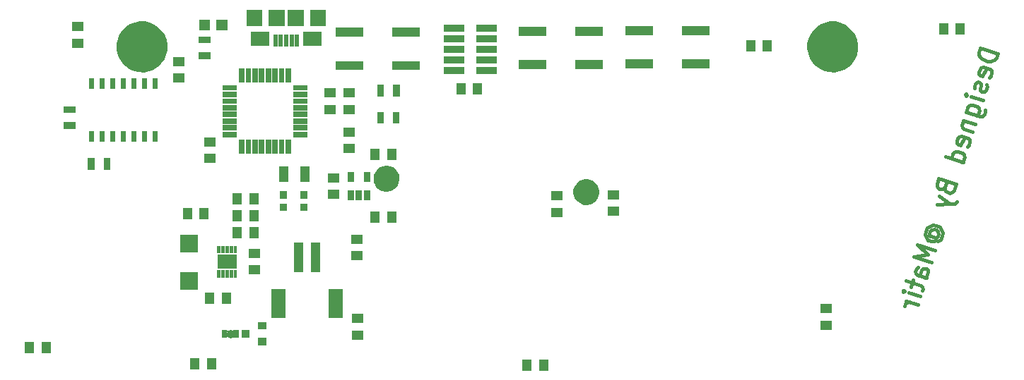
<source format=gbs>
G04 #@! TF.FileFunction,Soldermask,Bot*
%FSLAX46Y46*%
G04 Gerber Fmt 4.6, Leading zero omitted, Abs format (unit mm)*
G04 Created by KiCad (PCBNEW 4.0.4+e1-6308~48~ubuntu14.04.1-stable) date Wed Jun 28 21:35:02 2017*
%MOMM*%
%LPD*%
G01*
G04 APERTURE LIST*
%ADD10C,0.100000*%
%ADD11C,0.450000*%
%ADD12C,0.889000*%
G04 APERTURE END LIST*
D10*
D11*
X154750370Y-38793577D02*
X152653350Y-38128363D01*
X152494966Y-38627653D01*
X152499794Y-38958904D01*
X152636156Y-39221974D01*
X152804196Y-39385185D01*
X153171951Y-39611751D01*
X153471525Y-39706781D01*
X153902635Y-39733630D01*
X154134027Y-39697127D01*
X154397097Y-39560764D01*
X154591986Y-39292867D01*
X154750370Y-38793577D01*
X153731883Y-41657784D02*
X153895095Y-41489744D01*
X154021803Y-41090312D01*
X153985298Y-40858919D01*
X153817258Y-40695707D01*
X153018394Y-40442293D01*
X152787001Y-40478797D01*
X152623789Y-40646836D01*
X152497082Y-41046268D01*
X152533586Y-41277661D01*
X152701626Y-41440873D01*
X152901342Y-41504227D01*
X153417827Y-40569000D01*
X153446792Y-42556506D02*
X153483296Y-42787898D01*
X153356589Y-43187331D01*
X153193377Y-43355370D01*
X152961984Y-43391875D01*
X152862126Y-43360198D01*
X152694087Y-43196986D01*
X152657583Y-42965593D01*
X152752613Y-42666019D01*
X152716109Y-42434626D01*
X152548069Y-42271415D01*
X152448211Y-42239738D01*
X152216818Y-42276242D01*
X152053606Y-42444281D01*
X151958576Y-42743855D01*
X151995080Y-42975248D01*
X152976467Y-44385628D02*
X151578453Y-43942152D01*
X150879447Y-43720414D02*
X151010982Y-43652233D01*
X151079163Y-43783768D01*
X150947629Y-43851948D01*
X150879447Y-43720414D01*
X151079163Y-43783768D01*
X150976593Y-45839455D02*
X152674181Y-46377962D01*
X152905574Y-46341457D01*
X153037109Y-46273276D01*
X153200320Y-46105236D01*
X153295351Y-45805662D01*
X153258847Y-45574270D01*
X152274748Y-46251254D02*
X152437960Y-46083215D01*
X152564668Y-45683782D01*
X152528163Y-45452389D01*
X152459982Y-45320855D01*
X152291942Y-45157643D01*
X151692794Y-44967582D01*
X151461401Y-45004086D01*
X151329866Y-45072267D01*
X151166655Y-45240306D01*
X151039947Y-45639739D01*
X151076451Y-45871132D01*
X150659825Y-46838036D02*
X152057838Y-47281512D01*
X150859541Y-46901390D02*
X150728006Y-46969570D01*
X150564795Y-47137609D01*
X150469764Y-47437184D01*
X150506268Y-47668577D01*
X150674308Y-47831789D01*
X151772747Y-48180234D01*
X151102705Y-49946002D02*
X151265917Y-49777963D01*
X151392625Y-49378530D01*
X151356120Y-49147138D01*
X151188081Y-48983926D01*
X150389216Y-48730511D01*
X150157823Y-48767016D01*
X149994611Y-48935054D01*
X149867904Y-49334487D01*
X149904408Y-49565880D01*
X150072448Y-49729092D01*
X150272164Y-49792446D01*
X150788649Y-48857219D01*
X150600703Y-51874982D02*
X148503684Y-51209769D01*
X150500845Y-51843306D02*
X150664057Y-51675266D01*
X150790765Y-51275833D01*
X150754260Y-51044440D01*
X150686079Y-50912906D01*
X150518039Y-50749694D01*
X149918891Y-50559633D01*
X149687498Y-50596138D01*
X149555963Y-50664318D01*
X149392751Y-50832358D01*
X149266044Y-51231790D01*
X149302548Y-51463183D01*
X148456929Y-54821853D02*
X148461757Y-55153104D01*
X148529938Y-55284638D01*
X148697978Y-55447850D01*
X148997551Y-55542880D01*
X149228944Y-55506376D01*
X149360479Y-55438196D01*
X149523691Y-55270156D01*
X149777106Y-54471292D01*
X147680086Y-53806078D01*
X147458348Y-54505084D01*
X147494853Y-54736477D01*
X147563034Y-54868012D01*
X147731074Y-55031223D01*
X147930790Y-55094577D01*
X148162182Y-55058073D01*
X148293717Y-54989892D01*
X148456929Y-54821853D01*
X148678667Y-54122846D01*
X147777232Y-55925119D02*
X149016862Y-56867885D01*
X147460464Y-56923700D02*
X149016862Y-56867885D01*
X149579506Y-56826553D01*
X149711041Y-56758372D01*
X149874252Y-56590333D01*
X146687854Y-60745154D02*
X146619672Y-60613619D01*
X146583168Y-60382227D01*
X146646521Y-60182511D01*
X146809733Y-60014471D01*
X146941268Y-59946290D01*
X147172662Y-59909786D01*
X147372378Y-59973139D01*
X147540416Y-60136351D01*
X147608598Y-60267886D01*
X147645102Y-60499279D01*
X147581748Y-60698995D01*
X147418537Y-60867034D01*
X147287002Y-60935215D01*
X146488137Y-60681801D02*
X147287002Y-60935215D01*
X147355183Y-61066750D01*
X147323506Y-61166608D01*
X147160294Y-61334648D01*
X146928902Y-61371153D01*
X146429611Y-61212768D01*
X146193390Y-60918021D01*
X146088706Y-60555093D01*
X146115555Y-60123985D01*
X146342120Y-59756229D01*
X146636866Y-59520008D01*
X146999794Y-59415323D01*
X147430904Y-59442173D01*
X147798659Y-59668738D01*
X148034880Y-59963484D01*
X148139565Y-60326412D01*
X148112716Y-60757522D01*
X147886151Y-61125276D01*
X147591404Y-61361497D01*
X147242958Y-62459936D02*
X145145939Y-61794722D01*
X146422073Y-62968881D01*
X144702463Y-63192735D01*
X146799483Y-63857948D01*
X146197622Y-65755252D02*
X145099184Y-65406807D01*
X144931144Y-65243595D01*
X144894640Y-65012202D01*
X145021347Y-64612769D01*
X145184559Y-64444731D01*
X146097764Y-65723576D02*
X146260976Y-65555536D01*
X146419361Y-65056245D01*
X146382856Y-64824853D01*
X146214816Y-64661641D01*
X146015101Y-64598288D01*
X145783708Y-64634792D01*
X145620496Y-64802831D01*
X145462112Y-65302121D01*
X145298900Y-65470161D01*
X144577871Y-66010783D02*
X144324457Y-66809647D01*
X143783835Y-66088619D02*
X145581280Y-66658802D01*
X145749319Y-66822013D01*
X145785824Y-67053407D01*
X145722470Y-67253123D01*
X145500732Y-67952130D02*
X144102719Y-67508654D01*
X143403712Y-67286916D02*
X143535247Y-67218735D01*
X143603429Y-67350270D01*
X143471894Y-67418450D01*
X143403712Y-67286916D01*
X143603429Y-67350270D01*
X145183963Y-68950711D02*
X143785950Y-68507235D01*
X144185383Y-68633942D02*
X143953990Y-68670446D01*
X143822455Y-68738627D01*
X143659243Y-68906666D01*
X143595889Y-69106383D01*
D12*
X62801500Y-72428100D02*
X62801500Y-72478900D01*
D10*
G36*
X100927500Y-76875000D02*
X99827500Y-76875000D01*
X99827500Y-75525000D01*
X100927500Y-75525000D01*
X100927500Y-76875000D01*
X100927500Y-76875000D01*
G37*
G36*
X98927500Y-76875000D02*
X97827500Y-76875000D01*
X97827500Y-75525000D01*
X98927500Y-75525000D01*
X98927500Y-76875000D01*
X98927500Y-76875000D01*
G37*
G36*
X59113000Y-76748000D02*
X58013000Y-76748000D01*
X58013000Y-75398000D01*
X59113000Y-75398000D01*
X59113000Y-76748000D01*
X59113000Y-76748000D01*
G37*
G36*
X61113000Y-76748000D02*
X60013000Y-76748000D01*
X60013000Y-75398000D01*
X61113000Y-75398000D01*
X61113000Y-76748000D01*
X61113000Y-76748000D01*
G37*
G36*
X41301000Y-74779500D02*
X40201000Y-74779500D01*
X40201000Y-73429500D01*
X41301000Y-73429500D01*
X41301000Y-74779500D01*
X41301000Y-74779500D01*
G37*
G36*
X39301000Y-74779500D02*
X38201000Y-74779500D01*
X38201000Y-73429500D01*
X39301000Y-73429500D01*
X39301000Y-74779500D01*
X39301000Y-74779500D01*
G37*
G36*
X67159000Y-73853500D02*
X66159000Y-73853500D01*
X66159000Y-72953500D01*
X67159000Y-72953500D01*
X67159000Y-73853500D01*
X67159000Y-73853500D01*
G37*
G36*
X78780000Y-73178000D02*
X77430000Y-73178000D01*
X77430000Y-72078000D01*
X78780000Y-72078000D01*
X78780000Y-73178000D01*
X78780000Y-73178000D01*
G37*
G36*
X63237276Y-71970268D02*
X63245200Y-71970900D01*
X63804800Y-71970900D01*
X63804800Y-72936100D01*
X63245200Y-72936100D01*
X63231270Y-72938080D01*
X63227675Y-72939700D01*
X63221369Y-72937313D01*
X63219293Y-72937083D01*
X63218620Y-72932349D01*
X63212839Y-72919523D01*
X63205954Y-72910923D01*
X63195133Y-72900103D01*
X62738000Y-72453500D01*
X63195133Y-72006897D01*
X63205954Y-71996077D01*
X63214405Y-71984828D01*
X63219387Y-71971670D01*
X63219617Y-71969593D01*
X63224353Y-71968920D01*
X63227843Y-71967347D01*
X63237276Y-71970268D01*
X63237276Y-71970268D01*
G37*
G36*
X62382400Y-72022500D02*
X62384380Y-72036430D01*
X62390161Y-72049256D01*
X62399288Y-72059964D01*
X62411036Y-72067706D01*
X62424476Y-72071868D01*
X62432400Y-72072500D01*
X62624801Y-72072500D01*
X62584621Y-72117520D01*
X62420500Y-72326500D01*
X62410019Y-72313154D01*
X62395096Y-72329874D01*
X62387298Y-72341584D01*
X62383071Y-72355004D01*
X62382400Y-72363167D01*
X62382400Y-72543833D01*
X62384380Y-72557763D01*
X62390161Y-72570589D01*
X62395096Y-72577126D01*
X62410019Y-72593846D01*
X62420500Y-72580500D01*
X62584621Y-72789480D01*
X62624801Y-72834500D01*
X62432400Y-72834500D01*
X62418470Y-72836480D01*
X62405644Y-72842261D01*
X62394936Y-72851388D01*
X62387194Y-72863136D01*
X62383032Y-72876576D01*
X62382400Y-72884500D01*
X62382400Y-72936100D01*
X61798200Y-72936100D01*
X61798200Y-71970900D01*
X62382400Y-71970900D01*
X62382400Y-72022500D01*
X62382400Y-72022500D01*
G37*
G36*
X65159000Y-72903500D02*
X64159000Y-72903500D01*
X64159000Y-72003500D01*
X65159000Y-72003500D01*
X65159000Y-72903500D01*
X65159000Y-72903500D01*
G37*
G36*
X134914000Y-71971500D02*
X133564000Y-71971500D01*
X133564000Y-70871500D01*
X134914000Y-70871500D01*
X134914000Y-71971500D01*
X134914000Y-71971500D01*
G37*
G36*
X67159000Y-71953500D02*
X66159000Y-71953500D01*
X66159000Y-71053500D01*
X67159000Y-71053500D01*
X67159000Y-71953500D01*
X67159000Y-71953500D01*
G37*
G36*
X78780000Y-71178000D02*
X77430000Y-71178000D01*
X77430000Y-70078000D01*
X78780000Y-70078000D01*
X78780000Y-71178000D01*
X78780000Y-71178000D01*
G37*
G36*
X69459000Y-70565000D02*
X67759000Y-70565000D01*
X67759000Y-67065000D01*
X69459000Y-67065000D01*
X69459000Y-70565000D01*
X69459000Y-70565000D01*
G37*
G36*
X76259000Y-70565000D02*
X74559000Y-70565000D01*
X74559000Y-67065000D01*
X76259000Y-67065000D01*
X76259000Y-70565000D01*
X76259000Y-70565000D01*
G37*
G36*
X134914000Y-69971500D02*
X133564000Y-69971500D01*
X133564000Y-68871500D01*
X134914000Y-68871500D01*
X134914000Y-69971500D01*
X134914000Y-69971500D01*
G37*
G36*
X60891000Y-68874000D02*
X59791000Y-68874000D01*
X59791000Y-67524000D01*
X60891000Y-67524000D01*
X60891000Y-68874000D01*
X60891000Y-68874000D01*
G37*
G36*
X62891000Y-68874000D02*
X61791000Y-68874000D01*
X61791000Y-67524000D01*
X62891000Y-67524000D01*
X62891000Y-68874000D01*
X62891000Y-68874000D01*
G37*
G36*
X58925000Y-67175000D02*
X56825000Y-67175000D01*
X56825000Y-65075000D01*
X58925000Y-65075000D01*
X58925000Y-67175000D01*
X58925000Y-67175000D01*
G37*
G36*
X61635000Y-65712500D02*
X61255000Y-65712500D01*
X61255000Y-64812500D01*
X61635000Y-64812500D01*
X61635000Y-65712500D01*
X61635000Y-65712500D01*
G37*
G36*
X63135000Y-65712500D02*
X62755000Y-65712500D01*
X62755000Y-64812500D01*
X63135000Y-64812500D01*
X63135000Y-65712500D01*
X63135000Y-65712500D01*
G37*
G36*
X62135000Y-65712500D02*
X61755000Y-65712500D01*
X61755000Y-64812500D01*
X62135000Y-64812500D01*
X62135000Y-65712500D01*
X62135000Y-65712500D01*
G37*
G36*
X63635000Y-65712500D02*
X63255000Y-65712500D01*
X63255000Y-64812500D01*
X63635000Y-64812500D01*
X63635000Y-65712500D01*
X63635000Y-65712500D01*
G37*
G36*
X62635000Y-65712500D02*
X62255000Y-65712500D01*
X62255000Y-64812500D01*
X62635000Y-64812500D01*
X62635000Y-65712500D01*
X62635000Y-65712500D01*
G37*
G36*
X66422000Y-65350000D02*
X65072000Y-65350000D01*
X65072000Y-64250000D01*
X66422000Y-64250000D01*
X66422000Y-65350000D01*
X66422000Y-65350000D01*
G37*
G36*
X73559000Y-65065000D02*
X72459000Y-65065000D01*
X72459000Y-61465000D01*
X73559000Y-61465000D01*
X73559000Y-65065000D01*
X73559000Y-65065000D01*
G37*
G36*
X71559000Y-65065000D02*
X70459000Y-65065000D01*
X70459000Y-61465000D01*
X71559000Y-61465000D01*
X71559000Y-65065000D01*
X71559000Y-65065000D01*
G37*
G36*
X63570000Y-64650000D02*
X61320000Y-64650000D01*
X61320000Y-62950000D01*
X63570000Y-62950000D01*
X63570000Y-64650000D01*
X63570000Y-64650000D01*
G37*
G36*
X78653000Y-63653000D02*
X77303000Y-63653000D01*
X77303000Y-62553000D01*
X78653000Y-62553000D01*
X78653000Y-63653000D01*
X78653000Y-63653000D01*
G37*
G36*
X66422000Y-63350000D02*
X65072000Y-63350000D01*
X65072000Y-62250000D01*
X66422000Y-62250000D01*
X66422000Y-63350000D01*
X66422000Y-63350000D01*
G37*
G36*
X61635000Y-62787500D02*
X61255000Y-62787500D01*
X61255000Y-61887500D01*
X61635000Y-61887500D01*
X61635000Y-62787500D01*
X61635000Y-62787500D01*
G37*
G36*
X63635000Y-62787500D02*
X63255000Y-62787500D01*
X63255000Y-61887500D01*
X63635000Y-61887500D01*
X63635000Y-62787500D01*
X63635000Y-62787500D01*
G37*
G36*
X63135000Y-62787500D02*
X62755000Y-62787500D01*
X62755000Y-61887500D01*
X63135000Y-61887500D01*
X63135000Y-62787500D01*
X63135000Y-62787500D01*
G37*
G36*
X62135000Y-62787500D02*
X61755000Y-62787500D01*
X61755000Y-61887500D01*
X62135000Y-61887500D01*
X62135000Y-62787500D01*
X62135000Y-62787500D01*
G37*
G36*
X62635000Y-62787500D02*
X62255000Y-62787500D01*
X62255000Y-61887500D01*
X62635000Y-61887500D01*
X62635000Y-62787500D01*
X62635000Y-62787500D01*
G37*
G36*
X58925000Y-62675000D02*
X56825000Y-62675000D01*
X56825000Y-60575000D01*
X58925000Y-60575000D01*
X58925000Y-62675000D01*
X58925000Y-62675000D01*
G37*
G36*
X78653000Y-61653000D02*
X77303000Y-61653000D01*
X77303000Y-60553000D01*
X78653000Y-60553000D01*
X78653000Y-61653000D01*
X78653000Y-61653000D01*
G37*
G36*
X66193000Y-61000000D02*
X65093000Y-61000000D01*
X65093000Y-59650000D01*
X66193000Y-59650000D01*
X66193000Y-61000000D01*
X66193000Y-61000000D01*
G37*
G36*
X64193000Y-61000000D02*
X63093000Y-61000000D01*
X63093000Y-59650000D01*
X64193000Y-59650000D01*
X64193000Y-61000000D01*
X64193000Y-61000000D01*
G37*
G36*
X82705000Y-59095000D02*
X81605000Y-59095000D01*
X81605000Y-57745000D01*
X82705000Y-57745000D01*
X82705000Y-59095000D01*
X82705000Y-59095000D01*
G37*
G36*
X80705000Y-59095000D02*
X79605000Y-59095000D01*
X79605000Y-57745000D01*
X80705000Y-57745000D01*
X80705000Y-59095000D01*
X80705000Y-59095000D01*
G37*
G36*
X66193000Y-58968000D02*
X65093000Y-58968000D01*
X65093000Y-57618000D01*
X66193000Y-57618000D01*
X66193000Y-58968000D01*
X66193000Y-58968000D01*
G37*
G36*
X64193000Y-58968000D02*
X63093000Y-58968000D01*
X63093000Y-57618000D01*
X64193000Y-57618000D01*
X64193000Y-58968000D01*
X64193000Y-58968000D01*
G37*
G36*
X58224000Y-58714000D02*
X57124000Y-58714000D01*
X57124000Y-57364000D01*
X58224000Y-57364000D01*
X58224000Y-58714000D01*
X58224000Y-58714000D01*
G37*
G36*
X60224000Y-58714000D02*
X59124000Y-58714000D01*
X59124000Y-57364000D01*
X60224000Y-57364000D01*
X60224000Y-58714000D01*
X60224000Y-58714000D01*
G37*
G36*
X102661000Y-58446000D02*
X101311000Y-58446000D01*
X101311000Y-57346000D01*
X102661000Y-57346000D01*
X102661000Y-58446000D01*
X102661000Y-58446000D01*
G37*
G36*
X109387000Y-58319000D02*
X108037000Y-58319000D01*
X108037000Y-57219000D01*
X109387000Y-57219000D01*
X109387000Y-58319000D01*
X109387000Y-58319000D01*
G37*
G36*
X69640000Y-57715000D02*
X68790000Y-57715000D01*
X68790000Y-56815000D01*
X69640000Y-56815000D01*
X69640000Y-57715000D01*
X69640000Y-57715000D01*
G37*
G36*
X72053000Y-57715000D02*
X71203000Y-57715000D01*
X71203000Y-56815000D01*
X72053000Y-56815000D01*
X72053000Y-57715000D01*
X72053000Y-57715000D01*
G37*
G36*
X105636303Y-53886530D02*
X105934067Y-53947653D01*
X106214284Y-54065445D01*
X106466288Y-54235423D01*
X106680479Y-54451115D01*
X106848694Y-54704298D01*
X106964527Y-54985330D01*
X107023501Y-55283171D01*
X107023501Y-55283181D01*
X107023567Y-55283515D01*
X107018719Y-55630707D01*
X107018642Y-55631045D01*
X107018642Y-55631053D01*
X106951378Y-55927122D01*
X106827741Y-56204815D01*
X106652523Y-56453203D01*
X106432391Y-56662831D01*
X106175744Y-56825704D01*
X105892343Y-56935629D01*
X105592992Y-56988412D01*
X105289088Y-56982046D01*
X104992203Y-56916772D01*
X104713661Y-56795079D01*
X104464049Y-56621595D01*
X104252894Y-56402937D01*
X104088233Y-56147434D01*
X103976333Y-55864808D01*
X103921460Y-55565825D01*
X103925705Y-55261885D01*
X103988902Y-54964561D01*
X104108651Y-54685167D01*
X104280384Y-54434357D01*
X104497565Y-54221678D01*
X104751916Y-54055235D01*
X105033753Y-53941366D01*
X105332336Y-53884408D01*
X105636303Y-53886530D01*
X105636303Y-53886530D01*
G37*
G36*
X66193000Y-56936000D02*
X65093000Y-56936000D01*
X65093000Y-55586000D01*
X66193000Y-55586000D01*
X66193000Y-56936000D01*
X66193000Y-56936000D01*
G37*
G36*
X64193000Y-56936000D02*
X63093000Y-56936000D01*
X63093000Y-55586000D01*
X64193000Y-55586000D01*
X64193000Y-56936000D01*
X64193000Y-56936000D01*
G37*
G36*
X102661000Y-56446000D02*
X101311000Y-56446000D01*
X101311000Y-55346000D01*
X102661000Y-55346000D01*
X102661000Y-56446000D01*
X102661000Y-56446000D01*
G37*
G36*
X79559000Y-56417000D02*
X78809000Y-56417000D01*
X78809000Y-55257000D01*
X79559000Y-55257000D01*
X79559000Y-56417000D01*
X79559000Y-56417000D01*
G37*
G36*
X78609000Y-56417000D02*
X77859000Y-56417000D01*
X77859000Y-55257000D01*
X78609000Y-55257000D01*
X78609000Y-56417000D01*
X78609000Y-56417000D01*
G37*
G36*
X77659000Y-56417000D02*
X76909000Y-56417000D01*
X76909000Y-55257000D01*
X77659000Y-55257000D01*
X77659000Y-56417000D01*
X77659000Y-56417000D01*
G37*
G36*
X109387000Y-56319000D02*
X108037000Y-56319000D01*
X108037000Y-55219000D01*
X109387000Y-55219000D01*
X109387000Y-56319000D01*
X109387000Y-56319000D01*
G37*
G36*
X75861000Y-56287000D02*
X74511000Y-56287000D01*
X74511000Y-55187000D01*
X75861000Y-55187000D01*
X75861000Y-56287000D01*
X75861000Y-56287000D01*
G37*
G36*
X69640000Y-56215000D02*
X68790000Y-56215000D01*
X68790000Y-55315000D01*
X69640000Y-55315000D01*
X69640000Y-56215000D01*
X69640000Y-56215000D01*
G37*
G36*
X72053000Y-56215000D02*
X71203000Y-56215000D01*
X71203000Y-55315000D01*
X72053000Y-55315000D01*
X72053000Y-56215000D01*
X72053000Y-56215000D01*
G37*
G36*
X81696803Y-52299030D02*
X81994567Y-52360153D01*
X82274784Y-52477945D01*
X82526788Y-52647923D01*
X82740979Y-52863615D01*
X82909194Y-53116798D01*
X83025027Y-53397830D01*
X83084001Y-53695671D01*
X83084001Y-53695681D01*
X83084067Y-53696015D01*
X83079219Y-54043207D01*
X83079142Y-54043545D01*
X83079142Y-54043553D01*
X83011878Y-54339622D01*
X82888241Y-54617315D01*
X82713023Y-54865703D01*
X82492891Y-55075331D01*
X82236244Y-55238204D01*
X81952843Y-55348129D01*
X81653492Y-55400912D01*
X81349588Y-55394546D01*
X81052703Y-55329272D01*
X80774161Y-55207579D01*
X80524549Y-55034095D01*
X80313394Y-54815437D01*
X80148733Y-54559934D01*
X80036833Y-54277308D01*
X79981960Y-53978325D01*
X79986205Y-53674385D01*
X80049402Y-53377061D01*
X80169151Y-53097667D01*
X80340884Y-52846857D01*
X80558065Y-52634178D01*
X80812416Y-52467735D01*
X81094253Y-52353866D01*
X81392836Y-52296908D01*
X81696803Y-52299030D01*
X81696803Y-52299030D01*
G37*
G36*
X75861000Y-54287000D02*
X74511000Y-54287000D01*
X74511000Y-53187000D01*
X75861000Y-53187000D01*
X75861000Y-54287000D01*
X75861000Y-54287000D01*
G37*
G36*
X72273500Y-54226500D02*
X71173500Y-54226500D01*
X71173500Y-52326500D01*
X72273500Y-52326500D01*
X72273500Y-54226500D01*
X72273500Y-54226500D01*
G37*
G36*
X69773500Y-54226500D02*
X68673500Y-54226500D01*
X68673500Y-52326500D01*
X69773500Y-52326500D01*
X69773500Y-54226500D01*
X69773500Y-54226500D01*
G37*
G36*
X79559000Y-54217000D02*
X78809000Y-54217000D01*
X78809000Y-53057000D01*
X79559000Y-53057000D01*
X79559000Y-54217000D01*
X79559000Y-54217000D01*
G37*
G36*
X77659000Y-54217000D02*
X76909000Y-54217000D01*
X76909000Y-53057000D01*
X77659000Y-53057000D01*
X77659000Y-54217000D01*
X77659000Y-54217000D01*
G37*
G36*
X46567000Y-52770000D02*
X45767000Y-52770000D01*
X45767000Y-51370000D01*
X46567000Y-51370000D01*
X46567000Y-52770000D01*
X46567000Y-52770000D01*
G37*
G36*
X48467000Y-52770000D02*
X47667000Y-52770000D01*
X47667000Y-51370000D01*
X48467000Y-51370000D01*
X48467000Y-52770000D01*
X48467000Y-52770000D01*
G37*
G36*
X61063500Y-51969000D02*
X59713500Y-51969000D01*
X59713500Y-50869000D01*
X61063500Y-50869000D01*
X61063500Y-51969000D01*
X61063500Y-51969000D01*
G37*
G36*
X82705000Y-51602000D02*
X81605000Y-51602000D01*
X81605000Y-50252000D01*
X82705000Y-50252000D01*
X82705000Y-51602000D01*
X82705000Y-51602000D01*
G37*
G36*
X80705000Y-51602000D02*
X79605000Y-51602000D01*
X79605000Y-50252000D01*
X80705000Y-50252000D01*
X80705000Y-51602000D01*
X80705000Y-51602000D01*
G37*
G36*
X70106000Y-50820000D02*
X69456000Y-50820000D01*
X69456000Y-49120000D01*
X70106000Y-49120000D01*
X70106000Y-50820000D01*
X70106000Y-50820000D01*
G37*
G36*
X68506000Y-50820000D02*
X67856000Y-50820000D01*
X67856000Y-49120000D01*
X68506000Y-49120000D01*
X68506000Y-50820000D01*
X68506000Y-50820000D01*
G37*
G36*
X67706000Y-50820000D02*
X67056000Y-50820000D01*
X67056000Y-49120000D01*
X67706000Y-49120000D01*
X67706000Y-50820000D01*
X67706000Y-50820000D01*
G37*
G36*
X66906000Y-50820000D02*
X66256000Y-50820000D01*
X66256000Y-49120000D01*
X66906000Y-49120000D01*
X66906000Y-50820000D01*
X66906000Y-50820000D01*
G37*
G36*
X66106000Y-50820000D02*
X65456000Y-50820000D01*
X65456000Y-49120000D01*
X66106000Y-49120000D01*
X66106000Y-50820000D01*
X66106000Y-50820000D01*
G37*
G36*
X65306000Y-50820000D02*
X64656000Y-50820000D01*
X64656000Y-49120000D01*
X65306000Y-49120000D01*
X65306000Y-50820000D01*
X65306000Y-50820000D01*
G37*
G36*
X64506000Y-50820000D02*
X63856000Y-50820000D01*
X63856000Y-49120000D01*
X64506000Y-49120000D01*
X64506000Y-50820000D01*
X64506000Y-50820000D01*
G37*
G36*
X69306000Y-50820000D02*
X68656000Y-50820000D01*
X68656000Y-49120000D01*
X69306000Y-49120000D01*
X69306000Y-50820000D01*
X69306000Y-50820000D01*
G37*
G36*
X77700500Y-50762500D02*
X76350500Y-50762500D01*
X76350500Y-49662500D01*
X77700500Y-49662500D01*
X77700500Y-50762500D01*
X77700500Y-50762500D01*
G37*
G36*
X61063500Y-49969000D02*
X59713500Y-49969000D01*
X59713500Y-48869000D01*
X61063500Y-48869000D01*
X61063500Y-49969000D01*
X61063500Y-49969000D01*
G37*
G36*
X50342000Y-49389500D02*
X49734000Y-49389500D01*
X49734000Y-48146500D01*
X50342000Y-48146500D01*
X50342000Y-49389500D01*
X50342000Y-49389500D01*
G37*
G36*
X46532000Y-49389500D02*
X45924000Y-49389500D01*
X45924000Y-48146500D01*
X46532000Y-48146500D01*
X46532000Y-49389500D01*
X46532000Y-49389500D01*
G37*
G36*
X47802000Y-49389500D02*
X47194000Y-49389500D01*
X47194000Y-48146500D01*
X47802000Y-48146500D01*
X47802000Y-49389500D01*
X47802000Y-49389500D01*
G37*
G36*
X49072000Y-49389500D02*
X48464000Y-49389500D01*
X48464000Y-48146500D01*
X49072000Y-48146500D01*
X49072000Y-49389500D01*
X49072000Y-49389500D01*
G37*
G36*
X54152000Y-49389500D02*
X53544000Y-49389500D01*
X53544000Y-48146500D01*
X54152000Y-48146500D01*
X54152000Y-49389500D01*
X54152000Y-49389500D01*
G37*
G36*
X52882000Y-49389500D02*
X52274000Y-49389500D01*
X52274000Y-48146500D01*
X52882000Y-48146500D01*
X52882000Y-49389500D01*
X52882000Y-49389500D01*
G37*
G36*
X51612000Y-49389500D02*
X51004000Y-49389500D01*
X51004000Y-48146500D01*
X51612000Y-48146500D01*
X51612000Y-49389500D01*
X51612000Y-49389500D01*
G37*
G36*
X72081000Y-48845000D02*
X70381000Y-48845000D01*
X70381000Y-48195000D01*
X72081000Y-48195000D01*
X72081000Y-48845000D01*
X72081000Y-48845000D01*
G37*
G36*
X63581000Y-48845000D02*
X61881000Y-48845000D01*
X61881000Y-48195000D01*
X63581000Y-48195000D01*
X63581000Y-48845000D01*
X63581000Y-48845000D01*
G37*
G36*
X77700500Y-48762500D02*
X76350500Y-48762500D01*
X76350500Y-47662500D01*
X77700500Y-47662500D01*
X77700500Y-48762500D01*
X77700500Y-48762500D01*
G37*
G36*
X63581000Y-48045000D02*
X61881000Y-48045000D01*
X61881000Y-47395000D01*
X63581000Y-47395000D01*
X63581000Y-48045000D01*
X63581000Y-48045000D01*
G37*
G36*
X72081000Y-48045000D02*
X70381000Y-48045000D01*
X70381000Y-47395000D01*
X72081000Y-47395000D01*
X72081000Y-48045000D01*
X72081000Y-48045000D01*
G37*
G36*
X44261000Y-47832000D02*
X42861000Y-47832000D01*
X42861000Y-47032000D01*
X44261000Y-47032000D01*
X44261000Y-47832000D01*
X44261000Y-47832000D01*
G37*
G36*
X63581000Y-47245000D02*
X61881000Y-47245000D01*
X61881000Y-46595000D01*
X63581000Y-46595000D01*
X63581000Y-47245000D01*
X63581000Y-47245000D01*
G37*
G36*
X72081000Y-47245000D02*
X70381000Y-47245000D01*
X70381000Y-46595000D01*
X72081000Y-46595000D01*
X72081000Y-47245000D01*
X72081000Y-47245000D01*
G37*
G36*
X81200000Y-47200000D02*
X80400000Y-47200000D01*
X80400000Y-45800000D01*
X81200000Y-45800000D01*
X81200000Y-47200000D01*
X81200000Y-47200000D01*
G37*
G36*
X83100000Y-47200000D02*
X82300000Y-47200000D01*
X82300000Y-45800000D01*
X83100000Y-45800000D01*
X83100000Y-47200000D01*
X83100000Y-47200000D01*
G37*
G36*
X63581000Y-46445000D02*
X61881000Y-46445000D01*
X61881000Y-45795000D01*
X63581000Y-45795000D01*
X63581000Y-46445000D01*
X63581000Y-46445000D01*
G37*
G36*
X72081000Y-46445000D02*
X70381000Y-46445000D01*
X70381000Y-45795000D01*
X72081000Y-45795000D01*
X72081000Y-46445000D01*
X72081000Y-46445000D01*
G37*
G36*
X75414500Y-46063500D02*
X74064500Y-46063500D01*
X74064500Y-44963500D01*
X75414500Y-44963500D01*
X75414500Y-46063500D01*
X75414500Y-46063500D01*
G37*
G36*
X77700500Y-46063500D02*
X76350500Y-46063500D01*
X76350500Y-44963500D01*
X77700500Y-44963500D01*
X77700500Y-46063500D01*
X77700500Y-46063500D01*
G37*
G36*
X44261000Y-45932000D02*
X42861000Y-45932000D01*
X42861000Y-45132000D01*
X44261000Y-45132000D01*
X44261000Y-45932000D01*
X44261000Y-45932000D01*
G37*
G36*
X72081000Y-45645000D02*
X70381000Y-45645000D01*
X70381000Y-44995000D01*
X72081000Y-44995000D01*
X72081000Y-45645000D01*
X72081000Y-45645000D01*
G37*
G36*
X63581000Y-45645000D02*
X61881000Y-45645000D01*
X61881000Y-44995000D01*
X63581000Y-44995000D01*
X63581000Y-45645000D01*
X63581000Y-45645000D01*
G37*
G36*
X63581000Y-44845000D02*
X61881000Y-44845000D01*
X61881000Y-44195000D01*
X63581000Y-44195000D01*
X63581000Y-44845000D01*
X63581000Y-44845000D01*
G37*
G36*
X72081000Y-44845000D02*
X70381000Y-44845000D01*
X70381000Y-44195000D01*
X72081000Y-44195000D01*
X72081000Y-44845000D01*
X72081000Y-44845000D01*
G37*
G36*
X77700500Y-44063500D02*
X76350500Y-44063500D01*
X76350500Y-42963500D01*
X77700500Y-42963500D01*
X77700500Y-44063500D01*
X77700500Y-44063500D01*
G37*
G36*
X75414500Y-44063500D02*
X74064500Y-44063500D01*
X74064500Y-42963500D01*
X75414500Y-42963500D01*
X75414500Y-44063500D01*
X75414500Y-44063500D01*
G37*
G36*
X63581000Y-44045000D02*
X61881000Y-44045000D01*
X61881000Y-43395000D01*
X63581000Y-43395000D01*
X63581000Y-44045000D01*
X63581000Y-44045000D01*
G37*
G36*
X72081000Y-44045000D02*
X70381000Y-44045000D01*
X70381000Y-43395000D01*
X72081000Y-43395000D01*
X72081000Y-44045000D01*
X72081000Y-44045000D01*
G37*
G36*
X81238000Y-43943500D02*
X80438000Y-43943500D01*
X80438000Y-42543500D01*
X81238000Y-42543500D01*
X81238000Y-43943500D01*
X81238000Y-43943500D01*
G37*
G36*
X83138000Y-43943500D02*
X82338000Y-43943500D01*
X82338000Y-42543500D01*
X83138000Y-42543500D01*
X83138000Y-43943500D01*
X83138000Y-43943500D01*
G37*
G36*
X92990000Y-43728000D02*
X91890000Y-43728000D01*
X91890000Y-42378000D01*
X92990000Y-42378000D01*
X92990000Y-43728000D01*
X92990000Y-43728000D01*
G37*
G36*
X90990000Y-43728000D02*
X89890000Y-43728000D01*
X89890000Y-42378000D01*
X90990000Y-42378000D01*
X90990000Y-43728000D01*
X90990000Y-43728000D01*
G37*
G36*
X63581000Y-43245000D02*
X61881000Y-43245000D01*
X61881000Y-42595000D01*
X63581000Y-42595000D01*
X63581000Y-43245000D01*
X63581000Y-43245000D01*
G37*
G36*
X72081000Y-43245000D02*
X70381000Y-43245000D01*
X70381000Y-42595000D01*
X72081000Y-42595000D01*
X72081000Y-43245000D01*
X72081000Y-43245000D01*
G37*
G36*
X54152000Y-43039500D02*
X53544000Y-43039500D01*
X53544000Y-41796500D01*
X54152000Y-41796500D01*
X54152000Y-43039500D01*
X54152000Y-43039500D01*
G37*
G36*
X52882000Y-43039500D02*
X52274000Y-43039500D01*
X52274000Y-41796500D01*
X52882000Y-41796500D01*
X52882000Y-43039500D01*
X52882000Y-43039500D01*
G37*
G36*
X51612000Y-43039500D02*
X51004000Y-43039500D01*
X51004000Y-41796500D01*
X51612000Y-41796500D01*
X51612000Y-43039500D01*
X51612000Y-43039500D01*
G37*
G36*
X50342000Y-43039500D02*
X49734000Y-43039500D01*
X49734000Y-41796500D01*
X50342000Y-41796500D01*
X50342000Y-43039500D01*
X50342000Y-43039500D01*
G37*
G36*
X49072000Y-43039500D02*
X48464000Y-43039500D01*
X48464000Y-41796500D01*
X49072000Y-41796500D01*
X49072000Y-43039500D01*
X49072000Y-43039500D01*
G37*
G36*
X47802000Y-43039500D02*
X47194000Y-43039500D01*
X47194000Y-41796500D01*
X47802000Y-41796500D01*
X47802000Y-43039500D01*
X47802000Y-43039500D01*
G37*
G36*
X46532000Y-43039500D02*
X45924000Y-43039500D01*
X45924000Y-41796500D01*
X46532000Y-41796500D01*
X46532000Y-43039500D01*
X46532000Y-43039500D01*
G37*
G36*
X70106000Y-42320000D02*
X69456000Y-42320000D01*
X69456000Y-40620000D01*
X70106000Y-40620000D01*
X70106000Y-42320000D01*
X70106000Y-42320000D01*
G37*
G36*
X69306000Y-42320000D02*
X68656000Y-42320000D01*
X68656000Y-40620000D01*
X69306000Y-40620000D01*
X69306000Y-42320000D01*
X69306000Y-42320000D01*
G37*
G36*
X68506000Y-42320000D02*
X67856000Y-42320000D01*
X67856000Y-40620000D01*
X68506000Y-40620000D01*
X68506000Y-42320000D01*
X68506000Y-42320000D01*
G37*
G36*
X67706000Y-42320000D02*
X67056000Y-42320000D01*
X67056000Y-40620000D01*
X67706000Y-40620000D01*
X67706000Y-42320000D01*
X67706000Y-42320000D01*
G37*
G36*
X66906000Y-42320000D02*
X66256000Y-42320000D01*
X66256000Y-40620000D01*
X66906000Y-40620000D01*
X66906000Y-42320000D01*
X66906000Y-42320000D01*
G37*
G36*
X66106000Y-42320000D02*
X65456000Y-42320000D01*
X65456000Y-40620000D01*
X66106000Y-40620000D01*
X66106000Y-42320000D01*
X66106000Y-42320000D01*
G37*
G36*
X65306000Y-42320000D02*
X64656000Y-42320000D01*
X64656000Y-40620000D01*
X65306000Y-40620000D01*
X65306000Y-42320000D01*
X65306000Y-42320000D01*
G37*
G36*
X64506000Y-42320000D02*
X63856000Y-42320000D01*
X63856000Y-40620000D01*
X64506000Y-40620000D01*
X64506000Y-42320000D01*
X64506000Y-42320000D01*
G37*
G36*
X57317000Y-42317000D02*
X55967000Y-42317000D01*
X55967000Y-41217000D01*
X57317000Y-41217000D01*
X57317000Y-42317000D01*
X57317000Y-42317000D01*
G37*
G36*
X94776000Y-41233000D02*
X92276000Y-41233000D01*
X92276000Y-40383000D01*
X94776000Y-40383000D01*
X94776000Y-41233000D01*
X94776000Y-41233000D01*
G37*
G36*
X90876000Y-41233000D02*
X88376000Y-41233000D01*
X88376000Y-40383000D01*
X90876000Y-40383000D01*
X90876000Y-41233000D01*
X90876000Y-41233000D01*
G37*
G36*
X52570354Y-34952029D02*
X53156276Y-35072302D01*
X53707672Y-35304088D01*
X54203551Y-35638561D01*
X54625020Y-36062984D01*
X54956025Y-36561185D01*
X55183953Y-37114183D01*
X55300065Y-37700588D01*
X55300065Y-37700598D01*
X55300131Y-37700932D01*
X55290591Y-38384116D01*
X55290515Y-38384450D01*
X55290515Y-38384462D01*
X55158079Y-38967387D01*
X54914794Y-39513813D01*
X54570010Y-40002576D01*
X54136851Y-40415066D01*
X53631833Y-40735561D01*
X53074174Y-40951863D01*
X52485128Y-41055727D01*
X51887123Y-41043202D01*
X51302933Y-40914759D01*
X50754827Y-40675297D01*
X50263669Y-40333933D01*
X49848166Y-39903667D01*
X49524153Y-39400898D01*
X49303964Y-38844764D01*
X49195988Y-38256449D01*
X49204340Y-37658373D01*
X49328698Y-37073311D01*
X49564331Y-36523540D01*
X49902258Y-36030011D01*
X50329611Y-35611514D01*
X50830109Y-35283998D01*
X51384691Y-35059932D01*
X51972230Y-34947853D01*
X52570354Y-34952029D01*
X52570354Y-34952029D01*
G37*
G36*
X135320354Y-34952029D02*
X135906276Y-35072302D01*
X136457672Y-35304088D01*
X136953551Y-35638561D01*
X137375020Y-36062984D01*
X137706025Y-36561185D01*
X137933953Y-37114183D01*
X138050065Y-37700588D01*
X138050065Y-37700598D01*
X138050131Y-37700932D01*
X138040591Y-38384116D01*
X138040515Y-38384450D01*
X138040515Y-38384462D01*
X137908079Y-38967387D01*
X137664794Y-39513813D01*
X137320010Y-40002576D01*
X136886851Y-40415066D01*
X136381833Y-40735561D01*
X135824174Y-40951863D01*
X135235128Y-41055727D01*
X134637123Y-41043202D01*
X134052933Y-40914759D01*
X133504827Y-40675297D01*
X133013669Y-40333933D01*
X132598166Y-39903667D01*
X132274153Y-39400898D01*
X132053964Y-38844764D01*
X131945988Y-38256449D01*
X131954340Y-37658373D01*
X132078698Y-37073311D01*
X132314331Y-36523540D01*
X132652258Y-36030011D01*
X133079611Y-35611514D01*
X133580109Y-35283998D01*
X134134691Y-35059932D01*
X134722230Y-34947853D01*
X135320354Y-34952029D01*
X135320354Y-34952029D01*
G37*
G36*
X78750000Y-40800000D02*
X75450000Y-40800000D01*
X75450000Y-39700000D01*
X78750000Y-39700000D01*
X78750000Y-40800000D01*
X78750000Y-40800000D01*
G37*
G36*
X85550000Y-40800000D02*
X82250000Y-40800000D01*
X82250000Y-39700000D01*
X85550000Y-39700000D01*
X85550000Y-40800000D01*
X85550000Y-40800000D01*
G37*
G36*
X107475500Y-40713500D02*
X104175500Y-40713500D01*
X104175500Y-39613500D01*
X107475500Y-39613500D01*
X107475500Y-40713500D01*
X107475500Y-40713500D01*
G37*
G36*
X100675500Y-40713500D02*
X97375500Y-40713500D01*
X97375500Y-39613500D01*
X100675500Y-39613500D01*
X100675500Y-40713500D01*
X100675500Y-40713500D01*
G37*
G36*
X120239000Y-40586500D02*
X116939000Y-40586500D01*
X116939000Y-39486500D01*
X120239000Y-39486500D01*
X120239000Y-40586500D01*
X120239000Y-40586500D01*
G37*
G36*
X113439000Y-40586500D02*
X110139000Y-40586500D01*
X110139000Y-39486500D01*
X113439000Y-39486500D01*
X113439000Y-40586500D01*
X113439000Y-40586500D01*
G37*
G36*
X57317000Y-40317000D02*
X55967000Y-40317000D01*
X55967000Y-39217000D01*
X57317000Y-39217000D01*
X57317000Y-40317000D01*
X57317000Y-40317000D01*
G37*
G36*
X90876000Y-39963000D02*
X88376000Y-39963000D01*
X88376000Y-39113000D01*
X90876000Y-39113000D01*
X90876000Y-39963000D01*
X90876000Y-39963000D01*
G37*
G36*
X94776000Y-39963000D02*
X92276000Y-39963000D01*
X92276000Y-39113000D01*
X94776000Y-39113000D01*
X94776000Y-39963000D01*
X94776000Y-39963000D01*
G37*
G36*
X60453500Y-39450000D02*
X59053500Y-39450000D01*
X59053500Y-38650000D01*
X60453500Y-38650000D01*
X60453500Y-39450000D01*
X60453500Y-39450000D01*
G37*
G36*
X94776000Y-38693000D02*
X92276000Y-38693000D01*
X92276000Y-37843000D01*
X94776000Y-37843000D01*
X94776000Y-38693000D01*
X94776000Y-38693000D01*
G37*
G36*
X90876000Y-38693000D02*
X88376000Y-38693000D01*
X88376000Y-37843000D01*
X90876000Y-37843000D01*
X90876000Y-38693000D01*
X90876000Y-38693000D01*
G37*
G36*
X127724500Y-38521000D02*
X126624500Y-38521000D01*
X126624500Y-37171000D01*
X127724500Y-37171000D01*
X127724500Y-38521000D01*
X127724500Y-38521000D01*
G37*
G36*
X125724500Y-38521000D02*
X124624500Y-38521000D01*
X124624500Y-37171000D01*
X125724500Y-37171000D01*
X125724500Y-38521000D01*
X125724500Y-38521000D01*
G37*
G36*
X45188500Y-38126000D02*
X43838500Y-38126000D01*
X43838500Y-37026000D01*
X45188500Y-37026000D01*
X45188500Y-38126000D01*
X45188500Y-38126000D01*
G37*
G36*
X69121000Y-37936000D02*
X68621000Y-37936000D01*
X68621000Y-36486000D01*
X69121000Y-36486000D01*
X69121000Y-37936000D01*
X69121000Y-37936000D01*
G37*
G36*
X69771000Y-37936000D02*
X69271000Y-37936000D01*
X69271000Y-36486000D01*
X69771000Y-36486000D01*
X69771000Y-37936000D01*
X69771000Y-37936000D01*
G37*
G36*
X71071000Y-37936000D02*
X70571000Y-37936000D01*
X70571000Y-36486000D01*
X71071000Y-36486000D01*
X71071000Y-37936000D01*
X71071000Y-37936000D01*
G37*
G36*
X68471000Y-37936000D02*
X67971000Y-37936000D01*
X67971000Y-36486000D01*
X68471000Y-36486000D01*
X68471000Y-37936000D01*
X68471000Y-37936000D01*
G37*
G36*
X70421000Y-37936000D02*
X69921000Y-37936000D01*
X69921000Y-36486000D01*
X70421000Y-36486000D01*
X70421000Y-37936000D01*
X70421000Y-37936000D01*
G37*
G36*
X67521000Y-37911000D02*
X65321000Y-37911000D01*
X65321000Y-36211000D01*
X67521000Y-36211000D01*
X67521000Y-37911000D01*
X67521000Y-37911000D01*
G37*
G36*
X73721000Y-37911000D02*
X71521000Y-37911000D01*
X71521000Y-36211000D01*
X73721000Y-36211000D01*
X73721000Y-37911000D01*
X73721000Y-37911000D01*
G37*
G36*
X60453500Y-37550000D02*
X59053500Y-37550000D01*
X59053500Y-36750000D01*
X60453500Y-36750000D01*
X60453500Y-37550000D01*
X60453500Y-37550000D01*
G37*
G36*
X94776000Y-37423000D02*
X92276000Y-37423000D01*
X92276000Y-36573000D01*
X94776000Y-36573000D01*
X94776000Y-37423000D01*
X94776000Y-37423000D01*
G37*
G36*
X90876000Y-37423000D02*
X88376000Y-37423000D01*
X88376000Y-36573000D01*
X90876000Y-36573000D01*
X90876000Y-37423000D01*
X90876000Y-37423000D01*
G37*
G36*
X78750000Y-36800000D02*
X75450000Y-36800000D01*
X75450000Y-35700000D01*
X78750000Y-35700000D01*
X78750000Y-36800000D01*
X78750000Y-36800000D01*
G37*
G36*
X85550000Y-36800000D02*
X82250000Y-36800000D01*
X82250000Y-35700000D01*
X85550000Y-35700000D01*
X85550000Y-36800000D01*
X85550000Y-36800000D01*
G37*
G36*
X100675500Y-36713500D02*
X97375500Y-36713500D01*
X97375500Y-35613500D01*
X100675500Y-35613500D01*
X100675500Y-36713500D01*
X100675500Y-36713500D01*
G37*
G36*
X107475500Y-36713500D02*
X104175500Y-36713500D01*
X104175500Y-35613500D01*
X107475500Y-35613500D01*
X107475500Y-36713500D01*
X107475500Y-36713500D01*
G37*
G36*
X113439000Y-36586500D02*
X110139000Y-36586500D01*
X110139000Y-35486500D01*
X113439000Y-35486500D01*
X113439000Y-36586500D01*
X113439000Y-36586500D01*
G37*
G36*
X120239000Y-36586500D02*
X116939000Y-36586500D01*
X116939000Y-35486500D01*
X120239000Y-35486500D01*
X120239000Y-36586500D01*
X120239000Y-36586500D01*
G37*
G36*
X150838500Y-36489000D02*
X149738500Y-36489000D01*
X149738500Y-35139000D01*
X150838500Y-35139000D01*
X150838500Y-36489000D01*
X150838500Y-36489000D01*
G37*
G36*
X148838500Y-36489000D02*
X147738500Y-36489000D01*
X147738500Y-35139000D01*
X148838500Y-35139000D01*
X148838500Y-36489000D01*
X148838500Y-36489000D01*
G37*
G36*
X94776000Y-36153000D02*
X92276000Y-36153000D01*
X92276000Y-35303000D01*
X94776000Y-35303000D01*
X94776000Y-36153000D01*
X94776000Y-36153000D01*
G37*
G36*
X90876000Y-36153000D02*
X88376000Y-36153000D01*
X88376000Y-35303000D01*
X90876000Y-35303000D01*
X90876000Y-36153000D01*
X90876000Y-36153000D01*
G37*
G36*
X45188500Y-36126000D02*
X43838500Y-36126000D01*
X43838500Y-35026000D01*
X45188500Y-35026000D01*
X45188500Y-36126000D01*
X45188500Y-36126000D01*
G37*
G36*
X60369920Y-36018940D02*
X59071040Y-36018940D01*
X59071040Y-34720060D01*
X60369920Y-34720060D01*
X60369920Y-36018940D01*
X60369920Y-36018940D01*
G37*
G36*
X62467960Y-36018940D02*
X61169080Y-36018940D01*
X61169080Y-34720060D01*
X62467960Y-34720060D01*
X62467960Y-36018940D01*
X62467960Y-36018940D01*
G37*
G36*
X74271000Y-35536000D02*
X72371000Y-35536000D01*
X72371000Y-33536000D01*
X74271000Y-33536000D01*
X74271000Y-35536000D01*
X74271000Y-35536000D01*
G37*
G36*
X69321000Y-35536000D02*
X67421000Y-35536000D01*
X67421000Y-33536000D01*
X69321000Y-33536000D01*
X69321000Y-35536000D01*
X69321000Y-35536000D01*
G37*
G36*
X71621000Y-35536000D02*
X69721000Y-35536000D01*
X69721000Y-33536000D01*
X71621000Y-33536000D01*
X71621000Y-35536000D01*
X71621000Y-35536000D01*
G37*
G36*
X66671000Y-35536000D02*
X64771000Y-35536000D01*
X64771000Y-33536000D01*
X66671000Y-33536000D01*
X66671000Y-35536000D01*
X66671000Y-35536000D01*
G37*
M02*

</source>
